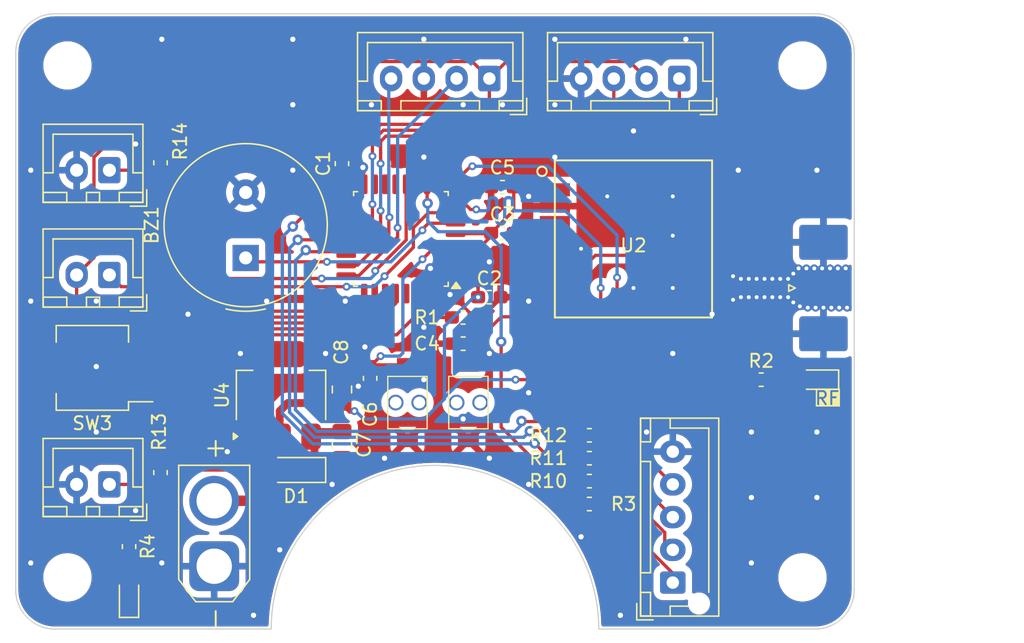
<source format=kicad_pcb>
(kicad_pcb (version 20241229) (generator "pcbnew") (generator_version "9.0")
  (layers (0 "F.Cu" signal) (2 "B.Cu" signal) (13 "F.Paste" user) (15 "B.Paste" user) (5 "F.SilkS" user "F.Silkscreen") (7 "B.SilkS" user "B.Silkscreen") (1 "F.Mask" user) (3 "B.Mask" user) (25 "Edge.Cuts" user))
  (net 0 "")
  (net 1 "GND")
  (net 2 "Net-(BZ1-+)")
  (net 3 "+3.3V")
  (net 4 "RF_RST")
  (net 5 "MCU_RST")
  (net 6 "RF_LED")
  (net 7 "Net-(D2-A)")
  (net 8 "Net-(D4-A)")
  (net 9 "Net-(J1-In)")
  (net 10 "Net-(J2-Pin_2)")
  (net 11 "Net-(J2-Pin_1)")
  (net 12 "Net-(J3-Pin_1)")
  (net 13 "bustop")
  (net 14 "MCU_SWCLK")
  (net 15 "MCU_SWDIO")
  (net 16 "USART1_TX")
  (net 17 "USART1_RX")
  (net 18 "Net-(J7-Pin_1)")
  (net 19 "DIP_4")
  (net 20 "DIP_2")
  (net 21 "DIP_1")
  (net 22 "DIP_3")
  (net 23 "Net-(U1-BOOT0)")
  (net 24 "LED_3")
  (net 25 "LED_Connection")
  (net 26 "LED_Debug")
  (net 27 "LED_Error")
  (net 28 "LED_2")
  (net 29 "LED_4")
  (net 30 "Net-(J2-Pin_3)")
  (net 31 "LED_5")
  (net 32 "Net-(J2-Pin_4)")
  (net 33 "LED_6")
  (net 34 "LED_emstop")
  (net 35 "LED_1")
  (net 36 "RF_SWDIO")
  (net 37 "RF_SWCLK")
  (net 38 "RF_BOOT")
  (net 40 "USART2_RX")
  (net 41 "USART2_TX")
  (net 58 "emstop")
  (net 59 "+BATT")
  (footprint "Connector_AMASS:AMASS_XT30U-M_1x02_P5.0mm_Vertical" (layer "F.Cu") (at 79 125.25 90)
    (property "Reference" "J10" (hide yes))
    (property "Value" "XT30PW-M")
  )
  (footprint "GN10_Parts:TVAF" (layer "F.Cu") (at 98.4 112.75 90)
    (property "Reference" "SW2" (hide yes))
    (property "Value" "SW_Push")
  )
  (footprint "Capacitor_SMD:C_0603_1608Metric_Pad1.08x0.95mm_HandSolder" (layer "F.Cu") (at 98 108.25 180)
    (property "Reference" "C4")
    (property "Value" "0.1u")
  )
  (footprint "Capacitor_SMD:C_0603_1608Metric_Pad1.08x0.95mm_HandSolder" (layer "F.Cu") (at 101 96.3 180)
    (property "Reference" "C5")
    (property "Value" "4.7u")
  )
  (footprint "Connector_JST:JST_XH_B2B-XH-A_1x02_P2.50mm_Vertical" (layer "F.Cu") (at 71 119 180)
    (property "Reference" "J3" (hide yes))
    (property "Value" "Conn_01x02")
  )
  (footprint "MountingHole:MountingHole_3.2mm_M3" (layer "F.Cu") (at 123.900355 86.999645)
    (property "Reference" "H2" (hide yes))
    (property "Value" "MountingHole")
  )
  (footprint "MountingHole:MountingHole_3.2mm_M3" (layer "F.Cu") (at 67.799645 86.999645)
    (property "Reference" "H1" (hide yes))
    (property "Value" "MountingHole")
  )
  (footprint "Capacitor_SMD:C_0603_1608Metric_Pad1.08x0.95mm_HandSolder" (layer "F.Cu") (at 98 106.25)
    (property "Reference" "R1")
    (property "Value" "10k")
  )
  (footprint "Capacitor_SMD:C_0603_1608Metric_Pad1.08x0.95mm_HandSolder" (layer "F.Cu") (at 90.9 110.9 -90)
    (property "Reference" "C6")
    (property "Value" "0.1u")
  )
  (footprint "Connector_Coaxial:SMA_Molex_73251-2120_EdgeMount_Horizontal" (layer "F.Cu") (at 125.75 104)
    (property "Reference" "J1" (hide yes))
    (property "Value" "Conn_Coaxial")
  )
  (footprint "Capacitor_SMD:C_0805_2012Metric_Pad1.18x1.45mm_HandSolder" (layer "F.Cu") (at 88.75 116 -90)
    (property "Reference" "C7")
    (property "Value" "10u")
  )
  (footprint "Capacitor_SMD:C_0805_2012Metric_Pad1.18x1.45mm_HandSolder" (layer "F.Cu") (at 88.75 111.75 90)
    (property "Reference" "C8")
    (property "Value" "22u")
  )
  (footprint "LED_SMD:LED_0603_1608Metric_Pad1.05x0.95mm_HandSolder" (layer "F.Cu") (at 72.5 127.5 90)
    (property "Reference" "D4" (hide yes))
    (property "Value" "LED")
  )
  (footprint "Package_TO_SOT_SMD:SOT-223" (layer "F.Cu") (at 84.1 112.2 90)
    (property "Reference" "U4")
    (property "Value" "AZ1117-3.3")
  )
  (footprint "Capacitor_SMD:C_0603_1608Metric_Pad1.08x0.95mm_HandSolder" (layer "F.Cu") (at 107.6375 117)
    (property "Reference" "R11")
    (property "Value" "1k")
  )
  (footprint "Capacitor_SMD:C_0603_1608Metric_Pad1.08x0.95mm_HandSolder" (layer "F.Cu") (at 74.9 118.1 -90)
    (property "Reference" "R13")
    (property "Value" "1k")
  )
  (footprint "LED_SMD:LED_0603_1608Metric_Pad1.05x0.95mm_HandSolder" (layer "F.Cu") (at 125 111 180)
    (property "Reference" "D2" (hide yes))
    (property "Value" "LED")
  )
  (footprint "Capacitor_SMD:C_0603_1608Metric_Pad1.08x0.95mm_HandSolder" (layer "F.Cu") (at 74.9 94.4375 90)
    (property "Reference" "R14")
    (property "Value" "1k")
  )
  (footprint "Connector_JST:JST_XH_B2B-XH-A_1x02_P2.50mm_Vertical" (layer "F.Cu") (at 71 95 180)
    (property "Reference" "J7" (hide yes))
    (property "Value" "Conn_01x02")
  )
  (footprint "Connector_JST:JST_XH_B4B-XH-A_1x04_P2.50mm_Vertical" (layer "F.Cu") (at 100 88 180)
    (property "Reference" "J5" (hide yes))
    (property "Value" "Conn_01x04")
  )
  (footprint "Button_Switch_SMD:SW_DIP_SPSTx04_Slide_Copal_CHS-04B_W7.62mm_P1.27mm" (layer "F.Cu") (at 69.7 110.1 180)
    (property "Reference" "SW3")
    (property "Value" "SW_DIP_x04")
  )
  (footprint "Capacitor_SMD:C_0603_1608Metric_Pad1.08x0.95mm_HandSolder" (layer "F.Cu") (at 107.6375 120.5)
    (property "Reference" "R3")
    (property "Value" "1k")
  )
  (footprint "Diode_SMD:Nexperia_CFP3_SOD-123W" (layer "F.Cu") (at 85.25 117.9 180)
    (property "Reference" "D1")
    (property "Value" "D")
  )
  (footprint "Connector_JST:JST_XH_B4B-XH-A_1x04_P2.50mm_Vertical" (layer "F.Cu") (at 114.5 88 180)
    (property "Reference" "J6" (hide yes))
    (property "Value" "Conn_01x04")
  )
  (footprint "GN10_Parts:LoRa-E5" (layer "F.Cu") (at 110.999999 100.25)
    (property "Reference" "U2")
    (property "Value" "Wio-E5")
  )
  (footprint "Capacitor_SMD:C_0603_1608Metric_Pad1.08x0.95mm_HandSolder" (layer "F.Cu") (at 107.6375 115.25)
    (property "Reference" "R12")
    (property "Value" "1k")
  )
  (footprint "Connector_JST:JST_XH_B5B-XH-AM_1x05_P2.50mm_Vertical" (layer "F.Cu") (at 114 126.5 90)
    (property "Reference" "J2" (hide yes))
    (property "Value" "Conn_01x05")
  )
  (footprint "Capacitor_SMD:C_0603_1608Metric_Pad1.08x0.95mm_HandSolder" (layer "F.Cu") (at 100 104.7)
    (property "Reference" "C2")
    (property "Value" "0.1u")
  )
  (footprint "Capacitor_SMD:C_0603_1608Metric_Pad1.08x0.95mm_HandSolder" (layer "F.Cu") (at 72.5 123.75 -90)
    (property "Reference" "R4")
    (property "Value" "1k")
  )
  (footprint "Buzzer_Beeper:Buzzer_TDK_PS1240P02BT_D12.2mm_H6.5mm" (layer "F.Cu") (at 81.4 101.7 90)
    (property "Reference" "BZ1")
    (property "Value" "Buzzer")
  )
  (footprint "Capacitor_SMD:C_0603_1608Metric_Pad1.08x0.95mm_HandSolder" (layer "F.Cu") (at 101 99.8)
    (property "Reference" "C3")
    (property "Value" "4.7u")
  )
  (footprint "MountingHole:MountingHole_3.2mm_M3" (layer "F.Cu") (at 123.900355 126.100355)
    (property "Reference" "H4" (hide yes))
    (property "Value" "MountingHole")
  )
  (footprint "Capacitor_SMD:C_0603_1608Metric_Pad1.08x0.95mm_HandSolder" (layer "F.Cu") (at 120.75 111)
    (property "Reference" "R2")
    (property "Value" "1k")
  )
  (footprint "GN10_Parts:TVAF" (layer "F.Cu") (at 93.75 112.75 90)
    (property "Reference" "SW1" (hide yes))
    (property "Value" "SW_Push")
  )
  (footprint "Capacitor_SMD:C_0603_1608Metric_Pad1.08x0.95mm_HandSolder" (layer "F.Cu") (at 107.6375 118.75)
    (property "Reference" "R10")
    (property "Value" "1k")
  )
  (footprint "Package_QFP:LQFP-32_7x7mm_P0.8mm" (layer "F.Cu") (at 93.25 100.25 180)
    (property "Reference" "U1" (hide yes))
    (property "Value" "STM32F303K8Tx")
  )
  (footprint "MountingHole:MountingHole_3.2mm_M3" (layer "F.Cu") (at 67.799645 126.100355)
    (property "Reference" "H3" (hide yes))
    (property "Value" "MountingHole")
  )
  (footprint "Capacitor_SMD:C_0603_1608Metric_Pad1.08x0.95mm_HandSolder" (layer "F.Cu") (at 88.75 94.5 90)
    (property "Reference" "C1")
    (property "Value" "0.1u")
  )
  (footprint "Connector_JST:JST_XH_B2B-XH-A_1x02_P2.50mm_Vertical" (layer "F.Cu") (at 71 103 180)
    (property "Reference" "J9" (hide yes))
    (property "Value" "Conn_01x02")
  )
  (gr_arc (start 127.85 127.05) (mid 126.97132 129.17132) (end 124.85 130.05) (stroke (width 0.1)) (layer "Edge.Cuts"))
  (gr_arc (start 124.85 83.05) (mid 126.97132 83.92868) (end 127.85 86.05) (stroke (width 0.1)) (layer "Edge.Cuts"))
  (gr_line (start 127.85 86.05) (end 127.85 127.05) (stroke (width 0.1)) (layer "Edge.Cuts"))
  (gr_line (start 124.85 130.05) (end 108.35 130.05) (stroke (width 0.1)) (layer "Edge.Cuts"))
  (gr_arc (start 83.35 130.05) (mid 95.85 117.55) (end 108.35 130.05) (stroke (width 0.1)) (layer "Edge.Cuts"))
  (gr_arc (start 63.85 86.05) (mid 64.72868 83.92868) (end 66.85 83.05) (stroke (width 0.1)) (layer "Edge.Cuts"))
  (gr_arc (start 66.85 130.05) (mid 64.72868 129.17132) (end 63.85 127.05) (stroke (width 0.1)) (layer "Edge.Cuts"))
  (gr_line (start 63.85 127.05) (end 63.85 86.05) (stroke (width 0.1)) (layer "Edge.Cuts"))
  (gr_line (start 66.85 83.05) (end 124.85 83.05) (stroke (width 0.1)) (layer "Edge.Cuts"))
  (gr_line (start 66.85 130.05) (end 83.35 130.05) (stroke (width 0.1)) (layer "Edge.Cuts"))
  (gr_text " RF " (at 124 113 0) (layer "F.SilkS" knockout) (effects (font (size 1 1)) (justify left bottom)))
  (segment (start 98.8625 106.25) (end 97.6125 105) (width 0.25) (layer "F.Cu") (net 1))
  (segment (start 98.8625 106.25) (end 99.3125 106.25) (width 0.4) (layer "F.Cu") (net 1))
  (segment (start 99.3125 106.25) (end 100.8625 104.7) (width 0.4) (layer "F.Cu") (net 1))
  (segment (start 98.8625 106.525) (end 97.1375 108.25) (width 0.4) (layer "F.Cu") (net 1))
  (segment (start 98.8625 106.25) (end 98.8625 106.525) (width 0.4) (layer "F.Cu") (net 1))
  (via (at 105 85) (size 0.8) (drill 0.4) (layers "F.Cu" "B.Cu") (net 1))
  (via (at 119 95) (size 0.8) (drill 0.4) (layers "F.Cu" "B.Cu") (net 1))
  (via (at 65 125) (size 0.8) (drill 0.4) (layers "F.Cu" "B.Cu") (net 1))
  (via (at 119.2 104.7) (size 0.6) (drill 0.3) (layers "F.Cu" "B.Cu") (net 1))
  (via (at 123.6 102.5) (size 0.6) (drill 0.3) (layers "F.Cu" "B.Cu") (net 1))
  (via (at 75 125) (size 0.8) (drill 0.4) (layers "F.Cu" "B.Cu") (net 1))
  (via (at 84 124) (size 0.8) (drill 0.4) (layers "F.Cu" "B.Cu") (net 1))
  (via (at 90.35 94.787804) (size 0.8) (drill 0.4) (layers "F.Cu" "B.Cu") (net 1))
  (via (at 126.7 105.5) (size 0.6) (drill 0.3) (layers "F.Cu" "B.Cu") (net 1))
  (via (at 100 109) (size 0.8) (drill 0.4) (layers "F.Cu" "B.Cu") (net 1))
  (via (at 103 97) (size 0.8) (drill 0.4) (layers "F.Cu" "B.Cu") (net 1))
  (via (at 107 101) (size 0.6) (drill 0.3) (layers "F.Cu" "B.Cu") (net 1))
  (via (at 119.2 103.3) (size 0.6) (drill 0.3) (layers "F.Cu" "B.Cu") (net 1))
  (via (at 85 85) (size 0.8) (drill 0.4) (layers "F.Cu" "B.Cu") (net 1))
  (via (at 109 97) (size 0.6) (drill 0.3) (layers "F.Cu" "B.Cu") (net 1))
  (via (at 126 102.5) (size 0.6) (drill 0.3) (layers "F.Cu" "B.Cu") (net 1))
  (via (at 114 100) (size 0.6) (drill 0.3) (layers "F.Cu" "B.Cu") (net 1))
  (via (at 114 104) (size 0.6) (drill 0.3) (layers "F.Cu" "B.Cu") (net 1))
  (via (at 101 90) (size 0.8) (drill 0.4) (layers "F.Cu" "B.Cu") (net 1))
  (via (at 92 117) (size 0.8) (drill 0.4) (layers "F.Cu" "B.Cu") (net 1))
  (via (at 73 93) (size 0.8) (drill 0.4) (layers "F.Cu" "B.Cu") (net 1))
  (via (at 88 119) (size 0.8) (drill 0.4) (layers "F.Cu" "B.Cu") (net 1))
  (via (at 111 104) (size 0.6) (drill 0.3) (layers "F.Cu" "B.Cu") (net 1))
  (via (at 121.6 104.7) (size 0.6) (drill 0.3) (layers "F.Cu" "B.Cu") (net 1))
  (via (at 118.6 103.1) (size 0.6) (drill 0.3) (layers "F.Cu" "B.Cu") (net 1))
  (via (at 103 119) (size 0.8) (drill 0.4) (layers "F.Cu" "B.Cu") (net 1))
  (via (at 122.8 104.7) (size 0.6) (drill 0.3) (layers "F.Cu" "B.Cu") (net 1))
  (via (at 73 121) (size 0.8) (drill 0.4) (layers "F.Cu" "B.Cu") (net 1))
  (via (at 81 109) (size 0.8) (drill 0.4) (layers "F.Cu" "B.Cu") (net 1))
  (via (at 119.8 104.7) (size 0.6) (drill 0.3) (layers "F.Cu" "B.Cu") (net 1))
  (via (at 95.5 102.5) (size 0.8) (drill 0.4) (layers "F.Cu" "B.Cu") (net 1))
  (via (at 124.3 105.5) (size 0.6) (drill 0.3) (layers "F.Cu" "B.Cu") (net 1))
  (via (at 121 104.7) (size 0.6) (drill 0.3) (layers "F.Cu" "B.Cu") (net 1))
  (via (at 98 90) (size 0.8) (drill 0.4) (layers "F.Cu" "B.Cu") (net 1))
  (via (at 120 125) (size 0.8) (drill 0.4) (layers "F.Cu" "B.Cu") (net 1))
  (via (at 114 109) (size 0.8) (drill 0.4) (layers "F.Cu" "B.Cu") (net 1))
  (via (at 95 85) (size 0.8) (drill 0.4) (layers "F.Cu" "B.Cu") (net 1))
  (via (at 87.5 109) (size 0.8) (drill 0.4) (layers "F.Cu" "B.Cu") (net 1))
  (via (at 120 115) (size 0.8) (drill 0.4) (layers "F.Cu" "B.Cu") (net 1))
  (via (at 123.2 105.1) (size 0.6) (drill 0.3) (layers "F.Cu" "B.Cu") (net 1))
  (via (at 112 115) (size 0.8) (drill 0.4) (layers "F.Cu" "B.Cu") (net 1))
  (via (at 127.2 102.5) (size 0.6) (drill 0.3) (layers "F.Cu" "B.Cu") (net 1))
  (via (at 118.6 104.9) (size 0.6) (drill 0.3) (layers "F.Cu" "B.Cu") (net 1))
  (via (at 126.1 105.5) (size 0.6) (drill 0.3) (layers "F.Cu" "B.Cu") (net 1))
  (via (at 103 105) (size 0.8) (drill 0.4) (layers "F.Cu" "B.Cu") (net 1))
  (via (at 119.8 103.3) (size 0.6) (drill 0.3) (layers "F.Cu" "B.Cu") (net 1))
  (via (at 122.8 103.3) (size 0.6) (drill 0.3) (layers "F.Cu" "B.Cu") (net 1))
  (via (at 65 95) (size 0.8) (drill 0.4) (layers "F.Cu" "B.Cu") (net 1))
  (via (at 70 110) (size 0.8) (drill 0.4) (layers "F.Cu" "B.Cu") (net 1))
  (via (at 124.9 105.5) (size 0.6) (drill 0.3) (layers "F.Cu" "B.Cu") (net 1))
  (via (at 121 103.3) (size 0.6) (drill 0.3) (layers "F.Cu" "B.Cu") (net 1))
  (via (at 97 104.5) (size 0.8) (drill 0.4) (layers "F.Cu" "B.Cu") (net 1))
  (via (at 98 114) (size 0.8) (drill 0.4) (layers "F.Cu" "B.Cu") (net 1))
  (via (at 105 90) (size 0.8) (drill 0.4) (layers "F.Cu" "B.Cu") (net 1))
  (via (at 125.5 105.5) (size 0.6) (drill 0.3) (layers "F.Cu" "B.Cu") (net 1))
  (via (at 121.6 103.3) (size 0.6) (drill 0.3) (layers "F.Cu" "B.Cu") (net 1))
  (via (at 103 112) (size 0.8) (drill 0.4) (layers "F.Cu" "B.Cu") (net 1))
  (via (at 82 129) (size 0.8) (drill 0.4) (layers "F.Cu" "B.Cu") (net 1))
  (via (at 125.4 102.5) (size 0.6) (drill 0.3) (layers "F.Cu" "B.Cu") (net 1))
  (via (at 105 94) (size 0.8) (drill 0.4) (layers "F.Cu" "B.Cu") (net 1))
  (via (at 65 105) (size 0.8) (drill 0.4) (layers "F.Cu" "B.Cu") (net 1))
  (via (at 91 90) (size 0.8) (drill 0.4) (layers "F.Cu" "B.Cu") (net 1))
  (via (at 114 97) (size 0.6) (drill 0.3) (layers "F.Cu" "B.Cu") (net 1))
  (via (at 95 94) (size 0.8) (drill 0.4) (layers "F.Cu" "B.Cu") (net 1))
  (via (at 126.6 102.5) (size 0.6) (drill 0.3) (layers "F.Cu" "B.Cu") (net 1))
  (via (at 117 106) (size 0.8) (drill 0.4) (layers "F.Cu" "B.Cu") (net 1))
  (via (at 90.5 108.5) (size 0.8) (drill 0.4) (layers "F.Cu" "B.Cu") (net 1))
  (via (at 85 95) (size 0.8) (drill 0.4) (layers "F.Cu" "B.Cu") (net 1))
  (via (at 107 123) (size 0.8) (drill 0.4) (layers "F.Cu" "B.Cu") (net 1))
  (via (at 80 116.5) (size 0.8) (drill 0.4) (layers "F.Cu" "B.Cu") (net 1))
  (via (at 122.2 104.7) (size 0.6) (drill 0.3) (layers "F.Cu" "B.Cu") (net 1))
  (via (at 120.4 104.7) (size 0.6) (drill 0.3) (layers "F.Cu" "B.Cu") (net 1))
  (via (at 124.2 102.5) (size 0.6) (drill 0.3) (layers "F.Cu" "B.Cu") (net 1))
  (via (at 83 105) (size 0.8) (drill 0.4) (layers "F.Cu" "B.Cu") (net 1))
  (via (at 120 120) (size 0.8) (drill 0.4) (layers "F.Cu" "B.Cu") (net 1))
  (via (at 123.7 105.4) (size 0.6) (drill 0.3) (layers "F.Cu" "B.Cu") (net 1))
  (via (at 85 90) (size 0.8) (drill 0.4) (layers "F.Cu" "B.Cu") (net 1))
  (via (at 125 115) (size 0.8) (drill 0.4) (layers "F.Cu" "B.Cu") (net 1))
  (via (at 124.8 102.5) (size 0.6) (drill 0.3) (layers "F.Cu" "B.Cu") (net 1))
  (via (at 77 106) (size 0.8) (drill 0.4) (layers "F.Cu" "B.Cu") (net 1))
  (via (at 122.2 103.3) (size 0.6) (drill 0.3) (layers "F.Cu" "B.Cu") (net 1))
  (via (at 70 105) (size 0.8) (drill 0.4) (layers "F.Cu" "B.Cu") (net 1))
  (via (at 95 107) (size 0.8) (drill 0.4) (layers "F.Cu" "B.Cu") (net 1))
  (via (at 120.4 103.3) (size 0.6) (drill 0.3) (layers "F.Cu" "B.Cu") (net 1))
  (via (at 111 92) (size 0.8) (drill 0.4) (layers "F.Cu" "B.Cu") (net 1))
  (via (at 123.2 102.9) (size 0.6) (drill 0.3) (layers "F.Cu" "B.Cu") (net 1))
  (via (at 127.3 105.5) (size 0.6) (drill 0.3) (layers "F.Cu" "B.Cu") (net 1))
  (via (at 95 111) (size 0.8) (drill 0.4) (layers "F.Cu" "B.Cu") (net 1))
  (via (at 125 95) (size 0.8) (drill 0.4) (layers "F.Cu" "B.Cu") (net 1))
  (via (at 89 105) (size 0.8) (drill 0.4) (layers "F.Cu" "B.Cu") (net 1))
  (via (at 75 85) (size 0.8) (drill 0.4) (layers "F.Cu" "B.Cu") (net 1))
  (via (at 110 129) (size 0.8) (drill 0.4) (layers "F.Cu" "B.Cu") (net 1))
  (via (at 125 120) (size 0.8) (drill 0.4) (layers "F.Cu" "B.Cu") (net 1))
  (via (at 100 117) (size 0.8) (drill 0.4) (layers "F.Cu" "B.Cu") (net 1))
  (via (at 70 115) (size 0.8) (drill 0.4) (layers "F.Cu" "B.Cu") (net 1))
  (via (at 90 111.5) (size 0.8) (drill 0.4) (layers "F.Cu" "B.Cu") (net 1))
  (via (at 100 102) (size 0.8) (drill 0.4) (layers "F.Cu" "B.Cu") (net 1))
  (via (at 115 85) (size 0.8) (drill 0.4) (layers "F.Cu" "B.Cu") (net 1))
  (segment (start 95.35 99.05) (end 97.425 99.05) (width 0.25) (layer "F.Cu") (net 2))
  (segment (start 87.6 102) (end 81.7 102) (width 0.25) (layer "F.Cu") (net 2))
  (segment (start 94.891942 99.591942) (end 94.891942 99.508058) (width 0.25) (layer "F.Cu") (net 2))
  (segment (start 81.7 102) (end 81.4 101.7) (width 0.25) (layer "F.Cu") (net 2))
  (segment (start 94.891942 99.508058) (end 95.35 99.05) (width 0.25) (layer "F.Cu") (net 2))
  (via (at 94.891942 99.591942) (size 0.6) (drill 0.3) (layers "F.Cu" "B.Cu") (net 2))
  (via (at 87.6 102) (size 0.6) (drill 0.3) (layers "F.Cu" "B.Cu") (net 2))
  (segment (start 92.483884 102) (end 87.6 102) (width 0.25) (layer "B.Cu") (net 2))
  (segment (start 94.891942 99.591942) (end 92.483884 102) (width 0.25) (layer "B.Cu") (net 2))
  (segment (start 88.75 95.3625) (end 90 94.1125) (width 0.25) (layer "F.Cu") (net 3))
  (segment (start 98.25 103.05) (end 99.1375 103.9375) (width 0.25) (layer "F.Cu") (net 3))
  (segment (start 100 90.7) (end 100 88) (width 0.25) (layer "F.Cu") (net 3))
  (segment (start 99.1375 103.9375) (end 99.1375 104.7) (width 0.25) (layer "F.Cu") (net 3))
  (segment (start 65.89 108.195) (end 65.89 112.005) (width 0.25) (layer "F.Cu") (net 3))
  (segment (start 101.301 86.699) (end 100 88) (width 0.25) (layer "F.Cu") (net 3))
  (segment (start 84.6125 112.7875) (end 88.75 112.7875) (width 0.6) (layer "F.Cu") (net 3))
  (segment (start 68.5 105.585) (end 65.89 108.195) (width 0.25) (layer "F.Cu") (net 3))
  (segment (start 88.75 97.125) (end 89.075 97.45) (width 0.25) (layer "F.Cu") (net 3))
  (segment (start 101.8625 96.25) (end 104.749999 96.25) (width 0.3) (layer "F.Cu") (net 3))
  (segment (start 65.89 112.005) (end 65.89 121.69) (width 0.25) (layer "F.Cu") (net 3))
  (segment (start 97.425 103.05) (end 98.25 103.05) (width 0.25) (layer "F.Cu") (net 3))
  (segment (start 84.1 117.65) (end 83.85 117.9) (width 0.6) (layer "F.Cu") (net 3))
  (segment (start 89.7 113.4) (end 89.3625 113.4) (width 0.4) (layer "F.Cu") (net 3))
  (segment (start 101.8625 96.3) (end 101.8625 98.075) (width 0.25) (layer "F.Cu") (net 3))
  (segment (start 77.4875 117.9) (end 83.85 117.9) (width 0.25) (layer "F.Cu") (net 3))
  (segment (start 97.425 99.85) (end 100.0375 99.85) (width 0.25) (layer "F.Cu") (net 3))
  (segment (start 66.4 122.2) (end 71.8125 122.2) (width 0.25) (layer "F.Cu") (net 3))
  (segment (start 101.8625 98.075) (end 100.1375 99.8) (width 0.25) (layer "F.Cu") (net 3))
  (segment (start 88.75 95.3625) (end 88.75 97.125) (width 0.25) (layer "F.Cu") (net 3))
  (segment (start 65.89 121.69) (end 66.4 122.2) (width 0.25) (layer "F.Cu") (net 3))
  (segment (start 90 93.22438) (end 91.72638 91.498) (width 0.25) (layer "F.Cu") (net 3))
  (segment (start 89.3625 113.4) (end 88.75 112.7875) (width 0.4) (layer "F.Cu") (net 3))
  (segment (start 91.72638 91.498) (end 99.202 91.498) (width 0.25) (layer "F.Cu") (net 3))
  (segment (start 84 113.4) (end 84.6125 112.7875) (width 0.6) (layer "F.Cu") (net 3))
  (segment (start 104.749999 96.25) (end 104.999999 96.5) (width 0.3) (layer "F.Cu") (net 3))
  (segment (start 69.824 94.004486) (end 77.129486 86.699) (width 0.25) (layer "F.Cu") (net 3))
  (segment (start 112 88) (end 110.699 86.699) (width 0.25) (layer "F.Cu") (net 3))
  (segment (start 110.699 86.699) (end 101.301 86.699) (width 0.25) (layer "F.Cu") (net 3))
  (segment (start 84.1 115.35) (end 84.1 117.65) (width 0.6) (layer "F.Cu") (net 3))
  (segment (start 119.8875 111) (end 102 111) (width 0.25) (layer "F.Cu") (net 3))
  (segment (start 100.0375 99.85) (end 100.1375 99.75) (width 0.25) (layer "F.Cu") (net 3))
  (segment (start 68.5 103) (end 68.5 105.585) (width 0.25) (layer "F.Cu") (net 3))
  (segment (start 72.5 122.8875) (end 77.4875 117.9) (width 0.25) (layer "F.Cu") (net 3))
  (segment (start 99.1375 101.0375) (end 99.1375 104.7) (width 0.25) (layer "F.Cu") (net 3))
  (segment (start 69.824 101.676) (end 69.824 94.004486) (width 0.25) (layer "F.Cu") (net 3))
  (segment (start 99.202 91.498) (end 100 90.7) (width 0.25) (layer "F.Cu") (net 3))
  (segment (start 98.699 86.699) (end 100 88) (width 0.25) (layer "F.Cu") (net 3))
  (segment (start 84 115) (end 84 113.4) (width 0.6) (layer "F.Cu") (net 3))
  (segment (start 68.5 103) (end 69.824 101.676) (width 0.25) (layer "F.Cu") (net 3))
  (segment (start 71.8125 122.2) (end 72.5 122.8875) (width 0.25) (layer "F.Cu") (net 3))
  (segment (start 77.129486 86.699) (end 98.699 86.699) (width 0.25) (layer "F.Cu") (net 3))
  (segment (start 90 94.1125) (end 90 93.22438) (width 0.25) (layer "F.Cu") (net 3))
  (segment (start 100.1375 99.8) (end 100.1375 100.0375) (width 0.25) (layer "F.Cu") (net 3))
  (segment (start 100.1375 100.0375) (end 99.1375 101.0375) (width 0.25) (layer "F.Cu") (net 3))
  (via (at 102 111) (size 0.6) (drill 0.3) (layers "F.Cu" "B.Cu") (net 3))
  (via (at 99.1375 104.7) (size 0.6) (drill 0.3) (layers "F.Cu" "B.Cu") (net 3))
  (via (at 89.7 113.4) (size 0.6) (drill 0.3) (layers "F.Cu" "B.Cu") (net 3))
  (segment (start 90.4 114) (end 89.8 113.4) (width 0.25) (layer "B.Cu") (net 3))
  (segment (start 96.574 106.926) (end 96.574 112.475) (width 0.25) (layer "B.Cu") (net 3))
  (segment (start 89.8 113.4) (end 89.7 113.4) (width 0.25) (layer "B.Cu") (net 3))
  (segment (start 96.574 112.475) (end 95.049 114) (width 0.25) (layer "B.Cu") (net 3))
  (segment (start 96.574 112.366438) (end 96.574 112.426) (width 0.25) (layer "B.Cu") (net 3))
  (segment (start 95.049 114) (end 90.4 114) (width 0.25) (layer "B.Cu") (net 3))
  (segment (start 98.8 104.7) (end 96.574 106.926) (width 0.25) (layer "B.Cu") (net 3))
  (segment (start 99.1375 104.7) (end 98.8 104.7) (width 0.25) (layer "B.Cu") (net 3))
  (segment (start 102 111) (end 97.940438 111) (width 0.25) (layer "B.Cu") (net 3))
  (segment (start 97.940438 111) (end 96.574 112.366438) (width 0.25) (layer "B.Cu") (net 3))
  (segment (start 99.0125 108.1) (end 99.0125 108.4) (width 0.25) (layer "F.Cu") (net 4))
  (segment (start 108.1 101.5) (end 107 102.6) (width 0.25) (layer "F.Cu") (net 4))
  (segment (start 107 104.3) (end 105.1 106.2) (width 0.25) (layer "F.Cu") (net 4))
  (segment (start 99.0125 108.4) (end 98.8625 108.25) (width 0.25) (layer "F.Cu") (net 4))
  (segment (start 98.8625 109.4125) (end 98.4 109.875) (width 0.25) (layer "F.Cu") (net 4))
  (segment (start 116.999999 101.5) (end 108.1 101.5) (width 0.25) (layer "F.Cu") (net 4))
  (segment (start 100.9125 106.2) (end 99.0125 108.1) (width 0.25) (layer "F.Cu") (net 4))
  (segment (start 105.1 106.2) (end 100.9125 106.2) (width 0.25) (layer "F.Cu") (net 4))
  (segment (start 107 102.6) (end 107 104.3) (width 0.25) (layer "F.Cu") (net 4))
  (segment (start 98.8625 108.25) (end 98.8625 109.4125) (width 0.25) (layer "F.Cu") (net 4))
  (segment (start 93.75 109.875) (end 91.0625 109.875) (width 0.25) (layer "F.Cu") (net 5))
  (segment (start 91.0625 109.875) (end 90.9 110.0375) (width 0.25) (layer "F.Cu") (net 5))
  (segment (start 93.75 109.875) (end 93.3625 109.4875) (width 0.25) (layer "F.Cu") (net 5))
  (segment (start 94.9 101.8) (end 96.05 100.65) (width 0.25) (layer "F.Cu") (net 5))
  (segment (start 91 109.9375) (end 90.9 110.0375) (width 0.25) (layer "F.Cu") (net 5))
  (segment (start 96.05 100.65) (end 97.425 100.65) (width 0.25) (layer "F.Cu") (net 5))
  (segment (start 91 109.9) (end 91 109.9375) (width 0.25) (layer "F.Cu") (net 5))
  (segment (start 91.7 109.2) (end 91 109.9) (width 0.25) (layer "F.Cu") (net 5))
  (via (at 94.9 101.8) (size 0.6) (drill 0.3) (layers "F.Cu" "B.Cu") (net 5))
  (via (at 91.7 109.2) (size 0.6) (drill 0.3) (layers "F.Cu" "B.Cu") (net 5))
  (segment (start 93.4 103.3) (end 94.9 101.8) (width 0.25) (layer "B.Cu") (net 5))
  (segment (start 91.7 109.2) (end 93.1625 109.2) (width 0.25) (layer "B.Cu") (net 5))
  (segment (start 93.1625 109.2) (end 93.4 108.9625) (width 0.25) (layer "B.Cu") (net 5))
  (segment (start 93.4 108.9625) (end 93.4 103.3) (width 0.25) (layer "B.Cu") (net 5))
  (segment (start 110.999999 106.25) (end 110.999999 107.65) (width 0.25) (layer "F.Cu") (net 6))
  (segment (start 113.249999 109.9) (end 125.2 109.9) (width 0.25) (layer "F.Cu") (net 6))
  (segment (start 110.999999 107.65) (end 113.249999 109.9) (width 0.25) (layer "F.Cu") (net 6))
  (segment (start 125.2 109.9) (end 125.875 110.575) (width 0.25) (layer "F.Cu") (net 6))
  (segment (start 125.875 110.575) (end 125.875 111) (width 0.25) (layer "F.Cu") (net 6))
  (segment (start 121.6125 111) (end 124.125 111) (width 0.25) (layer "F.Cu") (net 7))
  (segment (start 72.5 124.6125) (end 72.5 126.625) (width 0.25) (layer "F.Cu") (net 8))
  (segment (start 116.999999 104) (end 125.5 104) (width 0.3) (layer "F.Cu") (net 9))
  (segment (start 113.387885 123.387885) (end 114 124) (width 0.25) (layer "F.Cu") (net 10))
  (segment (start 113.387885 122.676) (end 113.387885 123.387885) (width 0.25) (layer "F.Cu") (net 10))
  (segment (start 109.461885 118.75) (end 113.387885 122.676) (width 0.25) (layer "F.Cu") (net 10))
  (segment (start 108.5 118.75) (end 109.461885 118.75) (width 0.25) (layer "F.Cu") (net 10))
  (segment (start 112.25 124.038115) (end 114 125.788115) (width 0.25) (layer "F.Cu") (net 11))
  (segment (start 114 125.788115) (end 114 126.5) (width 0.25) (layer "F.Cu") (net 11))
  (segment (start 109.5 120.5) (end 112.25 123.25) (width 0.25) (layer "F.Cu") (net 11))
  (segment (start 112.25 123.25) (end 112.25 124.038115) (width 0.25) (layer "F.Cu") (net 11))
  (segment (start 108.5 120.5) (end 109.5 120.5) (width 0.25) (layer "F.Cu") (net 11))
  (segment (start 74.8625 119) (end 74.9 118.9625) (width 0.25) (layer "F.Cu") (net 12))
  (segment (start 71 119) (end 74.8625 119) (width 0.25) (layer "F.Cu") (net 12))
  (segment (start 92.999819 99.4) (end 92.999819 100.100181) (width 0.25) (layer "F.Cu") (net 14))
  (segment (start 91.941942 101.158058) (end 90.05 103.05) (width 0.25) (layer "F.Cu") (net 14))
  (segment (start 92.999819 100.100181) (end 91.951 101.149) (width 0.25) (layer "F.Cu") (net 14))
  (segment (start 90.05 103.05) (end 89.075 103.05) (width 0.25) (layer "F.Cu") (net 14))
  (segment (start 91.951 101.158058) (end 91.941942 101.158058) (width 0.25) (layer "F.Cu") (net 14))
  (segment (start 91.951 101.149) (end 91.951 101.158058) (width 0.25) (layer "F.Cu") (net 14))
  (via (at 92.999819 99.4) (size 0.6) (drill 0.3) (layers "F.Cu" "B.Cu") (net 14))
  (segment (start 92.999819 92.500181) (end 97.5 88) (width 0.25) (layer "B.Cu") (net 14))
  (segment (start 92.999819 99.4) (end 92.999819 92.500181) (width 0.25) (layer "B.Cu") (net 14))
  (segment (start 92.326 98.648819) (end 92.326 99.874) (width 0.25) (layer "F.Cu") (net 15))
  (segment (start 89.95 102.25) (end 89.075 102.25) (width 0.25) (layer "F.Cu") (net 15))
  (segment (start 92.374819 98.6) (end 92.326 98.648819) (width 0.25) (layer "F.Cu") (net 15))
  (segment (start 92.326 99.874) (end 89.95 102.25) (width 0.25) (layer "F.Cu") (net 15))
  (via (at 92.374819 98.6) (size 0.6) (drill 0.3) (layers "F.Cu" "B.Cu") (net 15))
  (segment (start 92.326 88.174) (end 92.5 88) (width 0.25) (layer "B.Cu") (net 15))
  (segment (start 92.326 98.551181) (end 92.326 88.174) (width 0.25) (layer "B.Cu") (net 15))
  (segment (start 92.374819 98.6) (end 92.326 98.551181) (width 0.25) (layer "B.Cu") (net 15))
  (segment (start 90.65 99.05) (end 89.075 99.05) (width 0.25) (layer "F.Cu") (net 16))
  (segment (start 91.075 92.78719) (end 91.075 93.934313) (width 0.25) (layer "F.Cu") (net 16))
  (segment (start 91.91319 91.949) (end 91.075 92.78719) (width 0.25) (layer "F.Cu") (net 16))
  (segment (start 91.075 98.625) (end 90.65 99.05) (width 0.25) (layer "F.Cu") (net 16))
  (segment (start 109.5 88) (end 109.5 90.349) (width 0.25) (layer "F.Cu") (net 16))
  (segment (start 107.9 91.949) (end 91.91319 91.949) (width 0.25) (layer "F.Cu") (net 16))
  (segment (start 91.075 97.600242) (end 91.075 98.625) (width 0.25) (layer "F.Cu") (net 16))
  (segment (start 109.5 90.349) (end 107.9 91.949) (width 0.25) (layer "F.Cu") (net 16))
  (via (at 91.075 97.600242) (size 0.6) (drill 0.3) (layers "F.Cu" "B.Cu") (net 16))
  (via (at 91.075 93.934313) (size 0.6) (drill 0.3) (layers "F.Cu" "B.Cu") (net 16))
  (segment (start 91.075 93.934313) (end 91.075 97.600242) (width 0.25) (layer "B.Cu") (net 16))
  (segment (start 108.08681 92.4) (end 109.78681 90.7) (width 0.25) (layer "F.Cu") (net 17))
  (segment (start 91.7 92.8) (end 92.1 92.4) (width 0.25) (layer "F.Cu") (net 17))
  (segment (start 91.701 93.675015) (end 91.7 93.674015) (width 0.25) (layer "F.Cu") (net 17))
  (segment (start 114.5 89.5) (end 114.5 88) (width 0.25) (layer "F.Cu") (net 17))
  (segment (start 91.7 99.4) (end 91.7 98.1) (width 0.25) (layer "F.Cu") (net 17))
  (segment (start 91.25 99.85) (end 91.7 99.4) (width 0.25) (layer "F.Cu") (net 17))
  (segment (start 91.701 94.193611) (end 91.701 93.675015) (width 0.25) (layer "F.Cu") (net 17))
  (segment (start 92.1 92.4) (end 108.08681 92.4) (width 0.25) (layer "F.Cu") (net 17))
  (segment (start 91.7 94.5) (end 91.7 94.194611) (width 0.25) (layer "F.Cu") (net 17))
  (segment (start 91.7 94.194611) (end 91.701 94.193611) (width 0.25) (layer "F.Cu") (net 17))
  (segment (start 113.3 90.7) (end 114.5 89.5) (width 0.25) (layer "F.Cu") (net 17))
  (segment (start 109.78681 90.7) (end 113.3 90.7) (width 0.25) (layer "F.Cu") (net 17))
  (segment (start 91.7 93.674015) (end 91.7 92.8) (width 0.25) (layer "F.Cu") (net 17))
  (segment (start 89.075 99.85) (end 91.25 99.85) (width 0.25) (layer "F.Cu") (net 17))
  (via (at 91.7 94.5) (size 0.6) (drill 0.3) (layers "F.Cu" "B.Cu") (net 17))
  (via (at 91.7 98.1) (size 0.6) (drill 0.3) (layers "F.Cu" "B.Cu") (net 17))
  (segment (start 91.7 98.1) (end 91.7 94.5) (width 0.25) (layer "B.Cu") (net 17))
  (segment (start 73.475 95) (end 74.9 93.575) (width 0.25) (layer "F.Cu") (net 18))
  (segment (start 71 95) (end 73.475 95) (width 0.25) (layer "F.Cu") (net 18))
  (segment (start 89.93159 105.76841) (end 79.58035 105.76841) (width 0.25) (layer "F.Cu") (net 19))
  (segment (start 90.45 105.25) (end 89.93159 105.76841) (width 0.25) (layer "F.Cu") (net 19))
  (segment (start 77.15376 108.195) (end 73.51 108.195) (width 0.25) (layer "F.Cu") (net 19))
  (segment (start 90.45 104.425) (end 90.45 105.25) (width 0.25) (layer "F.Cu") (net 19))
  (segment (start 79.58035 105.76841) (end 77.15376 108.195) (width 0.25) (layer "F.Cu") (net 19))
  (segment (start 78.398 109.5) (end 77.163 110.735) (width 0.25) (layer "F.Cu") (net 20))
  (segment (start 77.163 110.735) (end 73.51 110.735) (width 0.25) (layer "F.Cu") (net 20))
  (segment (start 90.554589 106.67041) (end 79.95397 106.67041) (width 0.25) (layer "F.Cu") (net 20))
  (segment (start 79.95397 106.67041) (end 78.398 108.22638) (width 0.25) (layer "F.Cu") (net 20))
  (segment (start 92.05 105.174999) (end 90.554589 106.67041) (width 0.25) (layer "F.Cu") (net 20))
  (segment (start 78.398 108.22638) (end 78.398 109.5) (width 0.25) (layer "F.Cu") (net 20))
  (segment (start 92.05 104.425) (end 92.05 105.174999) (width 0.25) (layer "F.Cu") (net 20))
  (segment (start 78.849 108.41319) (end 78.849 110.651) (width 0.25) (layer "F.Cu") (net 21))
  (segment (start 80.14078 107.12141) (end 78.849 108.41319) (width 0.25) (layer "F.Cu") (net 21))
  (segment (start 90.903589 107.12141) (end 80.14078 107.12141) (width 0.25) (layer "F.Cu") (net 21))
  (segment (start 77.495 112.005) (end 73.51 112.005) (width 0.25) (layer "F.Cu") (net 21))
  (segment (start 78.849 110.651) (end 77.495 112.005) (width 0.25) (layer "F.Cu") (net 21))
  (segment (start 92.85 105.174999) (end 90.903589 107.12141) (width 0.25) (layer "F.Cu") (net 21))
  (segment (start 92.85 104.425) (end 92.85 105.174999) (width 0.25) (layer "F.Cu") (net 21))
  (segment (start 91.25 105.26941) (end 91.25 104.425) (width 0.25) (layer "F.Cu") (net 22))
  (segment (start 90.3 106.21941) (end 91.25 105.26941) (width 0.25) (layer "F.Cu") (net 22))
  (segment (start 76.52157 109.465) (end 79.76716 106.21941) (width 0.25) (layer "F.Cu") (net 22))
  (segment (start 73.51 109.465) (end 76.52157 109.465) (width 0.25) (layer "F.Cu") (net 22))
  (segment (start 79.76716 106.21941) (end 90.3 106.21941) (width 0.25) (layer "F.Cu") (net 22))
  (segment (start 96.05 106.25) (end 97.1375 106.25) (width 0.25) (layer "F.Cu") (net 23))
  (segment (start 95.25 105.45) (end 96.05 106.25) (width 0.25) (layer "F.Cu") (net 23))
  (segment (start 95.25 104.425) (end 95.25 105.45) (width 0.25) (layer "F.Cu") (net 23))
  (segment (start 95.25 97.493615) (end 95.284362 97.527977) (width 0.25) (layer "F.Cu") (net 24))
  (segment (start 100.9 114.625) (end 106.775 120.5) (width 0.25) (layer "F.Cu") (net 24))
  (segment (start 95.25 96.075) (end 95.25 97.493615) (width 0.25) (layer "F.Cu") (net 24))
  (segment (start 100.9 108.1) (end 100.9 114.625) (width 0.25) (layer "F.Cu") (net 24))
  (via (at 95.284362 97.527977) (size 0.8) (drill 0.4) (layers "F.Cu" "B.Cu") (net 24))
  (via (at 100.9 108.1) (size 0.8) (drill 0.4) (layers "F.Cu" "B.Cu") (net 24))
  (segment (start 95.3 97.543615) (end 95.284362 97.527977) (width 0.25) (layer "B.Cu") (net 24))
  (segment (start 100.9 108.1) (end 100.9 100.9) (width 0.25) (layer "B.Cu") (net 24))
  (segment (start 96.1 99.7) (end 95.3 98.9) (width 0.25) (layer "B.Cu") (net 24))
  (segment (start 99.7 99.7) (end 96.1 99.7) (width 0.25) (layer "B.Cu") (net 24))
  (segment (start 95.3 98.9) (end 95.3 97.543615) (width 0.25) (layer "B.Cu") (net 24))
  (segment (start 100.9 100.9) (end 99.7 99.7) (width 0.25) (layer "B.Cu") (net 24))
  (segment (start 106.35 118.75) (end 106.775 118.75) (width 0.25) (layer "F.Cu") (net 29))
  (segment (start 85 99.3) (end 86.05 98.25) (width 0.25) (layer "F.Cu") (net 29))
  (segment (start 86.05 98.25) (end 89.075 98.25) (width 0.25) (layer "F.Cu") (net 29))
  (segment (start 103.4625 115.8625) (end 106.35 118.75) (width 0.25) (layer "F.Cu") (net 29))
  (via (at 103.4625 115.8625) (size 0.8) (drill 0.4) (layers "F.Cu" "B.Cu") (net 29))
  (via (at 85 99.3) (size 0.8) (drill 0.4) (layers "F.Cu" "B.Cu") (net 29))
  (segment (start 84.2 113.57562) (end 84.2 100.1) (width 0.25) (layer "B.Cu") (net 29))
  (segment (start 103.425 115.9) (end 86.52438 115.9) (width 0.25) (layer "B.Cu") (net 29))
  (segment (start 103.4625 115.8625) (end 103.425 115.9) (width 0.25) (layer "B.Cu") (net 29))
  (segment (start 84.2 100.1) (end 85 99.3) (width 0.25) (layer "B.Cu") (net 29))
  (segment (start 86.52438 115.9) (end 84.2 113.57562) (width 0.25) (layer "B.Cu") (net 29))
  (segment (start 109.5 117) (end 114 121.5) (width 0.25) (layer "F.Cu") (net 30))
  (segment (start 108.5 117) (end 109.5 117) (width 0.25) (layer "F.Cu") (net 30))
  (segment (start 104.7 114.9) (end 105.5 115.7) (width 0.25) (layer "F.Cu") (net 31))
  (segment (start 85.381404 100.316155) (end 87.991156 100.316155) (width 0.25) (layer "F.Cu") (net 31))
  (segment (start 103.126952 114.9) (end 104.7 114.9) (width 0.25) (layer "F.Cu") (net 31))
  (segment (start 103.094135 114.932817) (end 103.126952 114.9) (width 0.25) (layer "F.Cu") (net 31))
  (segment (start 105.5 115.7) (end 105.5 115.725) (width 0.25) (layer "F.Cu") (net 31))
  (segment (start 87.991156 100.316155) (end 88.325001 100.65) (width 0.25) (layer "F.Cu") (net 31))
  (segment (start 88.325001 100.65) (end 89.075 100.65) (width 0.25) (layer "F.Cu") (net 31))
  (segment (start 105.5 115.725) (end 106.775 117) (width 0.25) (layer "F.Cu") (net 31))
  (via (at 85.381404 100.316155) (size 0.8) (drill 0.4) (layers "F.Cu" "B.Cu") (net 31))
  (via (at 103.094135 114.932817) (size 0.8) (drill 0.4) (layers "F.Cu" "B.Cu") (net 31))
  (segment (start 84.749 100.948559) (end 85.381404 100.316155) (width 0.25) (layer "B.Cu") (net 31))
  (segment (start 84.749 113.48681) (end 84.749 100.948559) (width 0.25) (layer "B.Cu") (net 31))
  (segment (start 102.626952 115.4) (end 86.66219 115.4) (width 0.25) (layer "B.Cu") (net 31))
  (segment (start 103.094135 114.932817) (end 102.626952 115.4) (width 0.25) (layer "B.Cu") (net 31))
  (segment (start 86.66219 115.4) (end 84.749 113.48681) (width 0.25) (layer "B.Cu") (net 31))
  (segment (start 110.25 115.25) (end 114 119) (width 0.25) (layer "F.Cu") (net 32))
  (segment (start 108.5 115.25) (end 110.25 115.25) (width 0.25) (layer "F.Cu") (net 32))
  (segment (start 102.454944 114.163765) (end 102.491179 114.2) (width 0.25) (layer "F.Cu") (net 33))
  (segment (start 85.991561 101.108439) (end 86.2 101.108439) (width 0.25) (layer "F.Cu") (net 33))
  (segment (start 86.317561 101.226) (end 88.851 101.226) (width 0.25) (layer "F.Cu") (net 33))
  (segment (start 88.851 101.226) (end 89.075 101.45) (width 0.25) (layer "F.Cu") (net 33))
  (segment (start 105.725 114.2) (end 106.775 115.25) (width 0.25) (layer "F.Cu") (net 33))
  (segment (start 86.2 101.108439) (end 86.317561 101.226) (width 0.25) (layer "F.Cu") (net 33))
  (segment (start 102.491179 114.2) (end 105.725 114.2) (width 0.25) (layer "F.Cu") (net 33))
  (via (at 85.991561 101.108439) (size 0.8) (drill 0.4) (layers "F.Cu" "B.Cu") (net 33))
  (via (at 102.454944 114.163765) (size 0.8) (drill 0.4) (layers "F.Cu" "B.Cu") (net 33))
  (segment (start 85.2 101.9) (end 85.991561 101.108439) (width 0.25) (layer "B.Cu") (net 33))
  (segment (start 102.454944 114.163765) (end 102.454944 114.445056) (width 0.25) (layer "B.Cu") (net 33))
  (segment (start 85.2 113.3) (end 85.2 101.9) (width 0.25) (layer "B.Cu") (net 33))
  (segment (start 102.454944 114.445056) (end 101.951 114.949) (width 0.25) (layer "B.Cu") (net 33))
  (segment (start 86.849 114.949) (end 85.2 113.3) (width 0.25) (layer "B.Cu") (net 33))
  (segment (start 101.951 114.949) (end 86.849 114.949) (width 0.25) (layer "B.Cu") (net 33))
  (segment (start 80.32759 107.57241) (end 92.92759 107.57241) (width 0.25) (layer "F.Cu") (net 34))
  (segment (start 92.92759 107.57241) (end 94.45 106.05) (width 0.25) (layer "F.Cu") (net 34))
  (segment (start 78.0625 117.2375) (end 79.3 116) (width 0.25) (layer "F.Cu") (net 34))
  (segment (start 79.3 116) (end 79.3 108.6) (width 0.25) (layer "F.Cu") (net 34))
  (segment (start 79.3 108.6) (end 80.32759 107.57241) (width 0.25) (layer "F.Cu") (net 34))
  (segment (start 94.45 106.05) (end 94.45 104.425) (width 0.25) (layer "F.Cu") (net 34))
  (segment (start 74.9 117.2375) (end 78.0625 117.2375) (width 0.25) (layer "F.Cu") (net 34))
  (segment (start 91.291942 102.691942) (end 93.65 100.333884) (width 0.25) (layer "F.Cu") (net 35))
  (segment (start 93.65 100.333884) (end 93.65 96.075) (width 0.25) (layer "F.Cu") (net 35))
  (segment (start 76.775 103.275) (end 74.9 101.4) (width 0.25) (layer "F.Cu") (net 35))
  (segment (start 74.9 101.4) (end 74.9 95.3) (width 0.25) (layer "F.Cu") (net 35))
  (segment (start 87.2 103.275) (end 76.775 103.275) (width 0.25) (layer "F.Cu") (net 35))
  (via (at 91.291942 102.691942) (size 0.6) (drill 0.3) (layers "F.Cu" "B.Cu") (net 35))
  (via (at 87.2 103.275) (size 0.6) (drill 0.3) (layers "F.Cu" "B.Cu") (net 35))
  (segment (start 90.941116 103.275) (end 87.2 103.275) (width 0.25) (layer "B.Cu") (net 35))
  (segment (start 91.291942 102.691942) (end 91.291942 102.924174) (width 0.25) (layer "B.Cu") (net 35))
  (segment (start 91.291942 102.924174) (end 90.941116 103.275) (width 0.25) (layer "B.Cu") (net 35))
  (segment (start 109.749999 103.2) (end 109.749999 106.25) (width 0.25) (layer "F.Cu") (net 40))
  (segment (start 98.7 94.7) (end 98.575 94.7) (width 0.25) (layer "F.Cu") (net 40))
  (segment (start 98.575 94.7) (end 97.2 96.075) (width 0.25) (layer "F.Cu") (net 40))
  (segment (start 97.2 96.075) (end 96.05 96.075) (width 0.25) (layer "F.Cu") (net 40))
  (via (at 98.7 94.7) (size 0.6) (drill 0.3) (layers "F.Cu" "B.Cu") (net 40))
  (via (at 109.749999 103.2) (size 0.6) (drill 0.3) (layers "F.Cu" "B.Cu") (net 40))
  (segment (start 98.7 94.7) (end 104.483885 94.7) (width 0.25) (layer "B.Cu") (net 40))
  (segment (start 109.749999 99.966114) (end 109.749999 103.2) (width 0.25) (layer "B.Cu") (net 40))
  (segment (start 104.483885 94.7) (end 109.749999 99.966114) (width 0.25) (layer "B.Cu") (net 40))
  (segment (start 98.566274 98) (end 98.016274 97.45) (width 0.25) (layer "F.Cu") (net 41))
  (segment (start 108.499999 104) (end 108.499999 106.249999) (width 0.25) (layer "F.Cu") (net 41))
  (segment (start 99 98) (end 98.566274 98) (width 0.25) (layer "F.Cu") (net 41))
  (segment (start 98.016274 97.45) (end 97.425 97.45) (width 0.25) (layer "F.Cu") (net 41))
  (via (at 99 98) (size 0.6) (drill 0.3) (layers "F.Cu" "B.Cu") (net 41))
  (via (at 108.499999 104) (size 0.6) (drill 0.3) (layers "F.Cu" "B.Cu") (net 41))
  (segment (start 108.499999 100.799999) (end 105.8 98.1) (width 0.25) (layer "B.Cu") (net 41))
  (segment (start 105.8 98.1) (end 102.671774 98.1) (width 0.25) (layer "B.Cu") (net 41))
  (segment (start 101.768823 97.34) (end 101.768823 97.86) (width 0.25) (layer "B.Cu") (net 41))
  (segment (start 102.128823 98.1) (end 102.671774 98.1) (width 0.25) (layer "B.Cu") (net 41))
  (segment (start 99 98) (end 99.1 98) (width 0.25) (layer "B.Cu") (net 41))
  (segment (start 100.568823 98.1) (end 100.568823 98.86) (width 0.25) (layer "B.Cu") (net 41))
  (segment (start 99.1 98) (end 99.2 98.1) (width 0.25) (layer "B.Cu") (net 41))
  (segment (start 100.208823 97.1) (end 100.328823 97.1) (width 0.25) (layer "B.Cu") (net 41))
  (segment (start 101.168823 97.86) (end 101.168823 97.34) (width 0.25) (layer "B.Cu") (net 41))
  (segment (start 100.568823 97.34) (end 100.568823 97.86) (width 0.25) (layer "B.Cu") (net 41))
  (segment (start 101.168823 98.1) (end 101.168823 97.86) (width 0.25) (layer "B.Cu") (net 41))
  (segment (start 99.2 98.1) (end 99.728823 98.1) (width 0.25) (layer "B.Cu") (net 41))
  (segment (start 100.568823 97.86) (end 100.568823 98.1) (width 0.25) (layer "B.Cu") (net 41))
  (segment (start 101.408823 97.1) (end 101.528823 97.1) (width 0.25) (layer "B.Cu") (net 41))
  (segment (start 99.968823 97.86) (end 99.968823 97.34) (width 0.25) (layer "B.Cu") (net 41))
  (segment (start 102.008823 98.1) (end 102.128823 98.1) (width 0.25) (layer "B.Cu") (net 41))
  (segment (start 108.499999 104) (end 108.499999 100.799999) (width 0.25) (layer "B.Cu") (net 41))
  (segment (start 100.808823 99.1) (end 100.928823 99.1) (width 0.25) (layer "B.Cu") (net 41))
  (segment (start 101.168823 98.86) (end 101.168823 98.1) (width 0.25) (layer "B.Cu") (net 41))
  (arc (start 100.928823 99.1) (mid 101.098529 99.029706) (end 101.168823 98.86) (width 0.25) (layer "B.Cu") (net 41))
  (arc (start 100.328823 97.1) (mid 100.498529 97.170294) (end 100.568823 97.34) (width 0.25) (layer "B.Cu") (net 41))
  (arc (start 101.168823 97.34) (mid 101.239117 97.170294) (end 101.408823 97.1) (width 0.25) (layer "B.Cu") (net 41))
  (arc (start 99.728823 98.1) (mid 99.898529 98.029706) (end 99.968823 97.86) (width 0.25) (layer "B.Cu") (net 41))
  (arc (start 99.968823 97.34) (mid 100.039117 97.170294) (end 100.208823 97.1) (width 0.25) (layer "B.Cu") (net 41))
  (arc (start 101.528823 97.1) (mid 101.698529 97.170294) (end 101.768823 97.34) (width 0.25) (layer "B.Cu") (net 41))
  (arc (start 101.768823 97.86) (mid 101.839117 98.029706) (end 102.008823 98.1) (width 0.25) (layer "B.Cu") (net 41))
  (arc (start 100.568823 98.86) (mid 100.639117 99.029706) (end 100.808823 99.1) (width 0.25) (layer "B.Cu") (net 41))
  (segment (start 92 103.1) (end 94.2 100.9) (width 0.25) (layer "F.Cu") (net 58))
  (segment (start 94.2 100.9) (end 94.2 99.4) (width 0.25) (layer "F.Cu") (net 58))
  (segment (start 71.9 103.9) (end 71 103) (width 0.25) (layer "F.Cu") (net 58))
  (segment (start 95.35 98.25) (end 97.425 98.25) (width 0.25) (layer "F.Cu") (net 58))
  (segment (start 94.2 99.4) (end 95.35 98.25) (width 0.25) (layer "F.Cu") (net 58))
  (segment (start 89.1 103.9) (end 71.9 103.9) (width 0.25) (layer "F.Cu") (net 58))
  (via (at 89.1 103.9) (size 0.6) (drill 0.3) (layers "F.Cu" "B.Cu") (net 58))
  (via (at 92 103.1) (size 0.6) (drill 0.3) (layers "F.Cu" "B.Cu") (net 58))
  (segment (start 92 103.1) (end 91.2 103.9) (width 0.25) (layer "B.Cu") (net 58))
  (segment (start 91.2 103.9) (end 89.1 103.9) (width 0.25) (layer "B.Cu") (net 58))
  (segment (start 86.3 115) (end 88.7125 115) (width 0.6) (layer "F.Cu") (net 59))
  (segment (start 86.65 117.75) (end 86.65 115.35) (width 0.6) (layer "F.Cu") (net 59))
  (segment (start 85.55 120.25) (end 86.65 119.15) (width 0.8) (layer "F.Cu") (net 59))
  (segment (start 86.65 115.35) (end 86.3 115) (width 0.6) (layer "F.Cu") (net 59))
  (segment (start 88.7125 115) (end 88.75 114.9625) (width 0.6) (layer "F.Cu") (net 59))
  (segment (start 79 120.25) (end 85.55 120.25) (width 0.8) (layer "F.Cu") (net 59))
  (segment (start 86.65 119.15) (end 86.65 117.75) (width 0.8) (layer "F.Cu") (net 59))
  (zone (net 1) (net_name "GND") (layers "F.Cu" "B.Cu") (connect_pads (clearance 0.5)) (min_thickness 0.25) (fill yes (thermal_gap 0.5) (thermal_bridge_width 0.5))
    (polygon (pts (xy 63 82) (xy 63 131) (xy 129 131) (xy 129 82)))
  )
)
</source>
